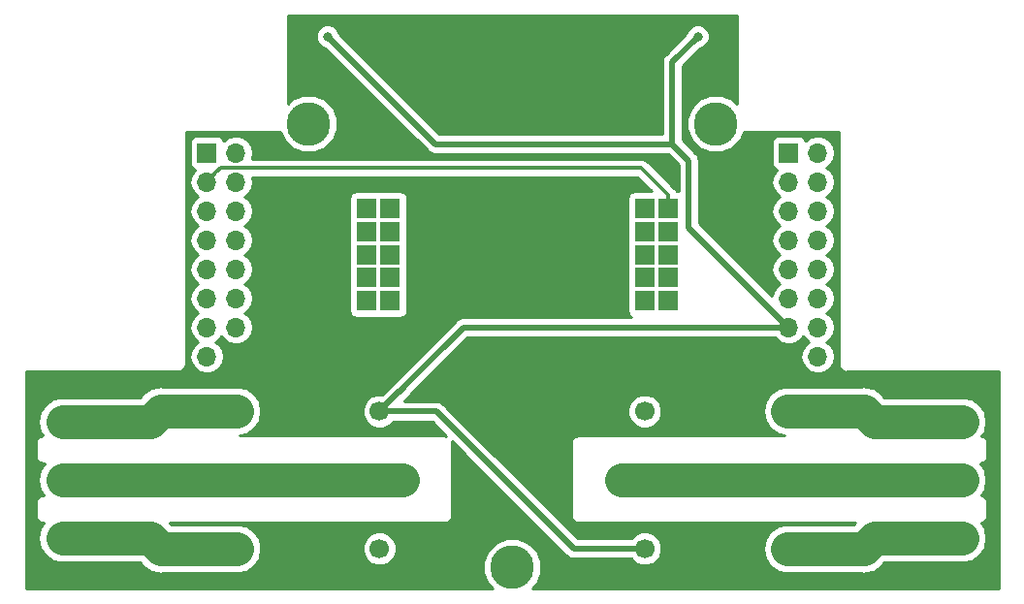
<source format=gbr>
G04 #@! TF.GenerationSoftware,KiCad,Pcbnew,(5.0.2)-1*
G04 #@! TF.CreationDate,2019-10-04T12:33:32+03:00*
G04 #@! TF.ProjectId,2-relay-over-io,322d7265-6c61-4792-9d6f-7665722d696f,rev?*
G04 #@! TF.SameCoordinates,Original*
G04 #@! TF.FileFunction,Copper,L2,Bot*
G04 #@! TF.FilePolarity,Positive*
%FSLAX46Y46*%
G04 Gerber Fmt 4.6, Leading zero omitted, Abs format (unit mm)*
G04 Created by KiCad (PCBNEW (5.0.2)-1) date 04.10.2019 12:33:32*
%MOMM*%
%LPD*%
G01*
G04 APERTURE LIST*
G04 #@! TA.AperFunction,ComponentPad*
%ADD10C,3.800000*%
G04 #@! TD*
G04 #@! TA.AperFunction,ComponentPad*
%ADD11C,1.700000*%
G04 #@! TD*
G04 #@! TA.AperFunction,ComponentPad*
%ADD12R,1.800000X1.800000*%
G04 #@! TD*
G04 #@! TA.AperFunction,ComponentPad*
%ADD13R,1.700000X1.700000*%
G04 #@! TD*
G04 #@! TA.AperFunction,ComponentPad*
%ADD14O,1.700000X1.700000*%
G04 #@! TD*
G04 #@! TA.AperFunction,ComponentPad*
%ADD15C,2.540000*%
G04 #@! TD*
G04 #@! TA.AperFunction,ViaPad*
%ADD16C,0.800000*%
G04 #@! TD*
G04 #@! TA.AperFunction,Conductor*
%ADD17C,0.310000*%
G04 #@! TD*
G04 #@! TA.AperFunction,Conductor*
%ADD18C,0.508000*%
G04 #@! TD*
G04 #@! TA.AperFunction,Conductor*
%ADD19C,3.000000*%
G04 #@! TD*
G04 #@! TA.AperFunction,Conductor*
%ADD20C,0.254000*%
G04 #@! TD*
G04 APERTURE END LIST*
D10*
G04 #@! TO.P,H1,1*
G04 #@! TO.N,N/C*
X101600000Y-104775000D03*
G04 #@! TD*
G04 #@! TO.P,H2,1*
G04 #@! TO.N,N/C*
X137160000Y-104775000D03*
G04 #@! TD*
G04 #@! TO.P,H3,1*
G04 #@! TO.N,N/C*
X119380000Y-143510000D03*
G04 #@! TD*
D11*
G04 #@! TO.P,U2,4*
G04 #@! TO.N,Net-(TB2-Pad3)*
X143440000Y-141890000D03*
G04 #@! TO.P,U2,5*
G04 #@! TO.N,Net-(TB2-Pad1)*
X143440000Y-129889999D03*
G04 #@! TO.P,U2,2*
G04 #@! TO.N,Net-(D6-Pad2)*
X130940000Y-129890000D03*
G04 #@! TO.P,U2,3*
G04 #@! TO.N,Net-(TB2-Pad2)*
X128940000Y-135890000D03*
G04 #@! TO.P,U2,1*
G04 #@! TO.N,+3V3*
X130940000Y-141890000D03*
G04 #@! TD*
G04 #@! TO.P,U1,4*
G04 #@! TO.N,Net-(TB1-Pad3)*
X95291500Y-129890000D03*
G04 #@! TO.P,U1,5*
G04 #@! TO.N,Net-(TB1-Pad1)*
X95291500Y-141890000D03*
G04 #@! TO.P,U1,2*
G04 #@! TO.N,Net-(D5-Pad2)*
X107791500Y-141890000D03*
G04 #@! TO.P,U1,3*
G04 #@! TO.N,Net-(TB1-Pad2)*
X109791500Y-135890000D03*
G04 #@! TO.P,U1,1*
G04 #@! TO.N,+3V3*
X107791500Y-129890000D03*
G04 #@! TD*
D12*
G04 #@! TO.P,JP1,1*
G04 #@! TO.N,IO26*
X106680000Y-112205000D03*
G04 #@! TO.P,JP1,2*
G04 #@! TO.N,RELAY1_CTR*
X108680000Y-112205000D03*
G04 #@! TO.P,JP1,3*
G04 #@! TO.N,IO32*
X106680000Y-114205000D03*
G04 #@! TO.P,JP1,4*
G04 #@! TO.N,RELAY1_CTR*
X108680000Y-114205000D03*
G04 #@! TO.P,JP1,5*
G04 #@! TO.N,IO25*
X106680000Y-116205000D03*
G04 #@! TO.P,JP1,6*
G04 #@! TO.N,RELAY1_CTR*
X108680000Y-116205000D03*
G04 #@! TO.P,JP1,7*
G04 #@! TO.N,IO27*
X106680000Y-118205000D03*
G04 #@! TO.P,JP1,8*
G04 #@! TO.N,RELAY1_CTR*
X108680000Y-118205000D03*
G04 #@! TO.P,JP1,9*
G04 #@! TO.N,IO15*
X106680000Y-120205000D03*
G04 #@! TO.P,JP1,10*
G04 #@! TO.N,RELAY1_CTR*
X108680000Y-120205000D03*
G04 #@! TD*
G04 #@! TO.P,JP2,10*
G04 #@! TO.N,RELAY2_CTR*
X130985000Y-112205000D03*
G04 #@! TO.P,JP2,9*
G04 #@! TO.N,IO33*
X132985000Y-112205000D03*
G04 #@! TO.P,JP2,8*
G04 #@! TO.N,RELAY2_CTR*
X130985000Y-114205000D03*
G04 #@! TO.P,JP2,7*
G04 #@! TO.N,IO17*
X132985000Y-114205000D03*
G04 #@! TO.P,JP2,6*
G04 #@! TO.N,RELAY2_CTR*
X130985000Y-116205000D03*
G04 #@! TO.P,JP2,5*
G04 #@! TO.N,IO16*
X132985000Y-116205000D03*
G04 #@! TO.P,JP2,4*
G04 #@! TO.N,RELAY2_CTR*
X130985000Y-118205000D03*
G04 #@! TO.P,JP2,3*
G04 #@! TO.N,IO4*
X132985000Y-118205000D03*
G04 #@! TO.P,JP2,2*
G04 #@! TO.N,RELAY2_CTR*
X130985000Y-120205000D03*
G04 #@! TO.P,JP2,1*
G04 #@! TO.N,IO5*
X132985000Y-120205000D03*
G04 #@! TD*
D13*
G04 #@! TO.P,J1,1*
G04 #@! TO.N,I39*
X92710000Y-107315000D03*
D14*
G04 #@! TO.P,J1,2*
G04 #@! TO.N,I36*
X95250000Y-107315000D03*
G04 #@! TO.P,J1,3*
G04 #@! TO.N,IO33*
X92710000Y-109855000D03*
G04 #@! TO.P,J1,4*
G04 #@! TO.N,N/C*
X95250000Y-109855000D03*
G04 #@! TO.P,J1,5*
G04 #@! TO.N,IO26*
X92710000Y-112395000D03*
G04 #@! TO.P,J1,6*
G04 #@! TO.N,IO32*
X95250000Y-112395000D03*
G04 #@! TO.P,J1,7*
G04 #@! TO.N,N/C*
X92710000Y-114935000D03*
G04 #@! TO.P,J1,8*
G04 #@! TO.N,IO25*
X95250000Y-114935000D03*
G04 #@! TO.P,J1,9*
G04 #@! TO.N,N/C*
X92710000Y-117475000D03*
G04 #@! TO.P,J1,10*
G04 #@! TO.N,IO27*
X95250000Y-117475000D03*
G04 #@! TO.P,J1,11*
G04 #@! TO.N,IO15*
X92710000Y-120015000D03*
G04 #@! TO.P,J1,12*
G04 #@! TO.N,N/C*
X95250000Y-120015000D03*
G04 #@! TO.P,J1,13*
X92710000Y-122555000D03*
G04 #@! TO.P,J1,14*
G04 #@! TO.N,+3V3*
X95250000Y-122555000D03*
G04 #@! TO.P,J1,15*
G04 #@! TO.N,N/C*
X92710000Y-125095000D03*
G04 #@! TO.P,J1,16*
G04 #@! TO.N,GND*
X95250000Y-125095000D03*
G04 #@! TD*
G04 #@! TO.P,J2,16*
G04 #@! TO.N,N/C*
X146050000Y-125095000D03*
G04 #@! TO.P,J2,15*
G04 #@! TO.N,GND*
X143510000Y-125095000D03*
G04 #@! TO.P,J2,14*
G04 #@! TO.N,N/C*
X146050000Y-122555000D03*
G04 #@! TO.P,J2,13*
G04 #@! TO.N,+3V3*
X143510000Y-122555000D03*
G04 #@! TO.P,J2,12*
G04 #@! TO.N,N/C*
X146050000Y-120015000D03*
G04 #@! TO.P,J2,11*
G04 #@! TO.N,IO4*
X143510000Y-120015000D03*
G04 #@! TO.P,J2,10*
G04 #@! TO.N,IO16*
X146050000Y-117475000D03*
G04 #@! TO.P,J2,9*
G04 #@! TO.N,IO17*
X143510000Y-117475000D03*
G04 #@! TO.P,J2,8*
G04 #@! TO.N,IO5*
X146050000Y-114935000D03*
G04 #@! TO.P,J2,7*
G04 #@! TO.N,N/C*
X143510000Y-114935000D03*
G04 #@! TO.P,J2,6*
X146050000Y-112395000D03*
G04 #@! TO.P,J2,5*
X143510000Y-112395000D03*
G04 #@! TO.P,J2,4*
X146050000Y-109855000D03*
G04 #@! TO.P,J2,3*
G04 #@! TO.N,IO1*
X143510000Y-109855000D03*
G04 #@! TO.P,J2,2*
G04 #@! TO.N,I2C_SCL*
X146050000Y-107315000D03*
D13*
G04 #@! TO.P,J2,1*
G04 #@! TO.N,VSPI_MOSI*
X143510000Y-107315000D03*
G04 #@! TD*
D15*
G04 #@! TO.P,TB1,3*
G04 #@! TO.N,Net-(TB1-Pad3)*
X80137000Y-130810000D03*
X87757000Y-130810000D03*
G04 #@! TO.P,TB1,2*
G04 #@! TO.N,Net-(TB1-Pad2)*
X80137000Y-135890000D03*
X87757000Y-135890000D03*
G04 #@! TO.P,TB1,1*
G04 #@! TO.N,Net-(TB1-Pad1)*
X80137000Y-140970000D03*
X87757000Y-140970000D03*
G04 #@! TD*
G04 #@! TO.P,TB2,1*
G04 #@! TO.N,Net-(TB2-Pad1)*
X151003000Y-130810000D03*
X158623000Y-130810000D03*
G04 #@! TO.P,TB2,2*
G04 #@! TO.N,Net-(TB2-Pad2)*
X151003000Y-135890000D03*
X158623000Y-135890000D03*
G04 #@! TO.P,TB2,3*
G04 #@! TO.N,Net-(TB2-Pad3)*
X151003000Y-140970000D03*
X158623000Y-140970000D03*
G04 #@! TD*
D16*
G04 #@! TO.N,GND*
X119189500Y-128651000D03*
X114681000Y-128651000D03*
G04 #@! TO.N,+3V3*
X103251000Y-97155000D03*
X135572500Y-97155000D03*
G04 #@! TD*
D17*
G04 #@! TO.N,IO33*
X93559999Y-109005001D02*
X92710000Y-109855000D01*
X132985000Y-112205000D02*
X132985000Y-110995000D01*
X132985000Y-110995000D02*
X130639999Y-108649999D01*
X130639999Y-108649999D02*
X93915001Y-108649999D01*
X93915001Y-108649999D02*
X93559999Y-109005001D01*
D18*
G04 #@! TO.N,+3V3*
X133350000Y-106553000D02*
X112649000Y-106553000D01*
X112649000Y-106553000D02*
X103251000Y-97155000D01*
X107791500Y-129890000D02*
X112745000Y-129890000D01*
X112745000Y-129890000D02*
X124745000Y-141890000D01*
X124745000Y-141890000D02*
X130940000Y-141890000D01*
D17*
X133350000Y-106680000D02*
X133477000Y-106807000D01*
D18*
X107791500Y-129890000D02*
X109940510Y-127740990D01*
X115126500Y-122555000D02*
X143510000Y-122555000D01*
X107791500Y-129890000D02*
X115126500Y-122555000D01*
X134805999Y-108008999D02*
X133350000Y-106553000D01*
X134805999Y-113850999D02*
X134805999Y-108008999D01*
X143510000Y-122555000D02*
X134805999Y-113850999D01*
D17*
X133350000Y-106553000D02*
X133350000Y-106680000D01*
D18*
X133350000Y-99377500D02*
X135572500Y-97155000D01*
X133350000Y-106553000D02*
X133350000Y-99377500D01*
D19*
G04 #@! TO.N,Net-(TB1-Pad3)*
X80137000Y-130810000D02*
X87757000Y-130810000D01*
X88677000Y-129890000D02*
X87757000Y-130810000D01*
X95291500Y-129890000D02*
X88677000Y-129890000D01*
G04 #@! TO.N,Net-(TB1-Pad2)*
X109791500Y-135890000D02*
X80137000Y-135890000D01*
G04 #@! TO.N,Net-(TB1-Pad1)*
X88677000Y-141890000D02*
X87757000Y-140970000D01*
X95291500Y-141890000D02*
X88677000Y-141890000D01*
X87757000Y-140970000D02*
X80137000Y-140970000D01*
G04 #@! TO.N,Net-(TB2-Pad1)*
X158623000Y-130810000D02*
X151003000Y-130810000D01*
X150082999Y-129889999D02*
X151003000Y-130810000D01*
X143440000Y-129889999D02*
X150082999Y-129889999D01*
G04 #@! TO.N,Net-(TB2-Pad2)*
X128940000Y-135890000D02*
X158623000Y-135890000D01*
G04 #@! TO.N,Net-(TB2-Pad3)*
X150083000Y-141890000D02*
X151003000Y-140970000D01*
X143440000Y-141890000D02*
X150083000Y-141890000D01*
X151003000Y-140970000D02*
X158623000Y-140970000D01*
G04 #@! TD*
D20*
G04 #@! TO.N,GND*
G36*
X138990000Y-103019968D02*
X138595962Y-102625930D01*
X137664243Y-102240000D01*
X136655757Y-102240000D01*
X135724038Y-102625930D01*
X135010930Y-103339038D01*
X134625000Y-104270757D01*
X134625000Y-105279243D01*
X135010930Y-106210962D01*
X135724038Y-106924070D01*
X136655757Y-107310000D01*
X137664243Y-107310000D01*
X138595962Y-106924070D01*
X139309070Y-106210962D01*
X139611318Y-105481269D01*
X139700000Y-105498909D01*
X139769925Y-105485000D01*
X147880001Y-105485000D01*
X147880000Y-125660074D01*
X147866091Y-125730000D01*
X147921195Y-126007028D01*
X148078119Y-126241881D01*
X148312972Y-126398805D01*
X148590000Y-126453909D01*
X148659925Y-126440000D01*
X161850001Y-126440000D01*
X161850000Y-145340000D01*
X121135032Y-145340000D01*
X121529070Y-144945962D01*
X121915000Y-144014243D01*
X121915000Y-143005757D01*
X121529070Y-142074038D01*
X120815962Y-141360930D01*
X119884243Y-140975000D01*
X118875757Y-140975000D01*
X117944038Y-141360930D01*
X117230930Y-142074038D01*
X116845000Y-143005757D01*
X116845000Y-144014243D01*
X117230930Y-144945962D01*
X117624968Y-145340000D01*
X76910000Y-145340000D01*
X76910000Y-132715000D01*
X77762091Y-132715000D01*
X77776000Y-132784926D01*
X77776001Y-133661070D01*
X77762091Y-133731000D01*
X77817195Y-134008028D01*
X77974119Y-134242881D01*
X78208972Y-134399805D01*
X78416074Y-134441000D01*
X78416075Y-134441000D01*
X78486000Y-134454909D01*
X78534616Y-134445239D01*
X78125874Y-135056964D01*
X77960173Y-135890000D01*
X78125874Y-136723036D01*
X78448306Y-137205589D01*
X78416074Y-137212000D01*
X78208972Y-137253195D01*
X77974119Y-137410119D01*
X77817195Y-137644972D01*
X77762091Y-137922000D01*
X77776000Y-137991925D01*
X77776001Y-138868070D01*
X77762091Y-138938000D01*
X77817195Y-139215028D01*
X77974119Y-139449881D01*
X78208972Y-139606805D01*
X78416074Y-139648000D01*
X78416075Y-139648000D01*
X78448306Y-139654411D01*
X78125874Y-140136964D01*
X77960173Y-140970000D01*
X78125874Y-141803036D01*
X78597751Y-142509249D01*
X79303964Y-142981126D01*
X79926721Y-143105000D01*
X86872655Y-143105000D01*
X87018636Y-143250981D01*
X87137751Y-143429249D01*
X87843964Y-143901126D01*
X88466721Y-144025000D01*
X88466726Y-144025000D01*
X88676999Y-144066826D01*
X88887273Y-144025000D01*
X95501779Y-144025000D01*
X96124536Y-143901126D01*
X96830749Y-143429249D01*
X97302626Y-142723036D01*
X97468327Y-141890000D01*
X97409572Y-141594615D01*
X106306500Y-141594615D01*
X106306500Y-142185385D01*
X106532578Y-142731185D01*
X106950315Y-143148922D01*
X107496115Y-143375000D01*
X108086885Y-143375000D01*
X108632685Y-143148922D01*
X109050422Y-142731185D01*
X109276500Y-142185385D01*
X109276500Y-141594615D01*
X109050422Y-141048815D01*
X108632685Y-140631078D01*
X108086885Y-140405000D01*
X107496115Y-140405000D01*
X106950315Y-140631078D01*
X106532578Y-141048815D01*
X106306500Y-141594615D01*
X97409572Y-141594615D01*
X97302626Y-141056964D01*
X96830749Y-140350751D01*
X96124536Y-139878874D01*
X95501779Y-139755000D01*
X89561345Y-139755000D01*
X89454345Y-139648000D01*
X113341074Y-139648000D01*
X113411000Y-139661909D01*
X113480925Y-139648000D01*
X113480926Y-139648000D01*
X113688028Y-139606805D01*
X113922881Y-139449881D01*
X114079805Y-139215028D01*
X114134909Y-138938000D01*
X114121000Y-138868074D01*
X114121000Y-132784926D01*
X114134909Y-132715000D01*
X114090747Y-132492982D01*
X124054471Y-142456707D01*
X124104067Y-142530933D01*
X124398130Y-142727419D01*
X124657444Y-142779000D01*
X124657445Y-142779000D01*
X124745000Y-142796416D01*
X124832555Y-142779000D01*
X129728893Y-142779000D01*
X130098815Y-143148922D01*
X130644615Y-143375000D01*
X131235385Y-143375000D01*
X131781185Y-143148922D01*
X132198922Y-142731185D01*
X132425000Y-142185385D01*
X132425000Y-141594615D01*
X132198922Y-141048815D01*
X131781185Y-140631078D01*
X131235385Y-140405000D01*
X130644615Y-140405000D01*
X130098815Y-140631078D01*
X129728893Y-141001000D01*
X125113236Y-141001000D01*
X116827236Y-132715000D01*
X124498091Y-132715000D01*
X124512000Y-132784926D01*
X124512001Y-138868069D01*
X124498091Y-138938000D01*
X124553195Y-139215028D01*
X124710119Y-139449881D01*
X124944972Y-139606805D01*
X125152074Y-139648000D01*
X125152075Y-139648000D01*
X125222000Y-139661909D01*
X125291926Y-139648000D01*
X149305655Y-139648000D01*
X149198655Y-139755000D01*
X143229721Y-139755000D01*
X142606964Y-139878874D01*
X141900751Y-140350751D01*
X141428874Y-141056964D01*
X141263173Y-141890000D01*
X141428874Y-142723036D01*
X141900751Y-143429249D01*
X142606964Y-143901126D01*
X143229721Y-144025000D01*
X149872725Y-144025000D01*
X150083000Y-144066826D01*
X150293275Y-144025000D01*
X150293279Y-144025000D01*
X150916036Y-143901126D01*
X151622249Y-143429249D01*
X151741364Y-143250981D01*
X151887345Y-143105000D01*
X158833279Y-143105000D01*
X159456036Y-142981126D01*
X160162249Y-142509249D01*
X160634126Y-141803036D01*
X160799827Y-140970000D01*
X160634126Y-140136964D01*
X160296795Y-139632113D01*
X160424028Y-139606805D01*
X160658881Y-139449881D01*
X160815805Y-139215028D01*
X160870909Y-138938000D01*
X160857000Y-138868074D01*
X160857000Y-137991925D01*
X160870909Y-137922000D01*
X160815805Y-137644972D01*
X160658881Y-137410119D01*
X160424028Y-137253195D01*
X160296795Y-137227887D01*
X160634126Y-136723036D01*
X160799827Y-135890000D01*
X160634126Y-135056964D01*
X160221892Y-134440012D01*
X160424028Y-134399805D01*
X160658881Y-134242881D01*
X160815805Y-134008028D01*
X160870909Y-133731000D01*
X160857000Y-133661074D01*
X160857000Y-132784926D01*
X160870909Y-132715000D01*
X160815805Y-132437972D01*
X160658881Y-132203119D01*
X160424028Y-132046195D01*
X160371698Y-132035786D01*
X160634126Y-131643036D01*
X160799827Y-130810000D01*
X160634126Y-129976964D01*
X160162249Y-129270751D01*
X159456036Y-128798874D01*
X158833279Y-128675000D01*
X151887345Y-128675000D01*
X151741363Y-128529018D01*
X151622248Y-128350750D01*
X150916035Y-127878873D01*
X150293278Y-127754999D01*
X150293274Y-127754999D01*
X150082999Y-127713173D01*
X149872724Y-127754999D01*
X143229721Y-127754999D01*
X142606964Y-127878873D01*
X141900751Y-128350750D01*
X141428874Y-129056963D01*
X141263173Y-129889999D01*
X141428874Y-130723035D01*
X141900751Y-131429248D01*
X142606964Y-131901125D01*
X143129179Y-132005000D01*
X125291925Y-132005000D01*
X125222000Y-131991091D01*
X125152074Y-132005000D01*
X124944972Y-132046195D01*
X124710119Y-132203119D01*
X124553195Y-132437972D01*
X124498091Y-132715000D01*
X116827236Y-132715000D01*
X113706851Y-129594615D01*
X129455000Y-129594615D01*
X129455000Y-130185385D01*
X129681078Y-130731185D01*
X130098815Y-131148922D01*
X130644615Y-131375000D01*
X131235385Y-131375000D01*
X131781185Y-131148922D01*
X132198922Y-130731185D01*
X132425000Y-130185385D01*
X132425000Y-129594615D01*
X132198922Y-129048815D01*
X131781185Y-128631078D01*
X131235385Y-128405000D01*
X130644615Y-128405000D01*
X130098815Y-128631078D01*
X129681078Y-129048815D01*
X129455000Y-129594615D01*
X113706851Y-129594615D01*
X113435531Y-129323296D01*
X113385933Y-129249067D01*
X113091870Y-129052581D01*
X112832556Y-129001000D01*
X112832555Y-129001000D01*
X112745000Y-128983584D01*
X112657445Y-129001000D01*
X109937736Y-129001000D01*
X110631039Y-128307697D01*
X110631040Y-128307695D01*
X115494736Y-123444000D01*
X142318017Y-123444000D01*
X142439375Y-123625625D01*
X142930582Y-123953839D01*
X143363744Y-124040000D01*
X143656256Y-124040000D01*
X144089418Y-123953839D01*
X144580625Y-123625625D01*
X144780000Y-123327239D01*
X144979375Y-123625625D01*
X145277761Y-123825000D01*
X144979375Y-124024375D01*
X144651161Y-124515582D01*
X144535908Y-125095000D01*
X144651161Y-125674418D01*
X144979375Y-126165625D01*
X145470582Y-126493839D01*
X145903744Y-126580000D01*
X146196256Y-126580000D01*
X146629418Y-126493839D01*
X147120625Y-126165625D01*
X147448839Y-125674418D01*
X147564092Y-125095000D01*
X147448839Y-124515582D01*
X147120625Y-124024375D01*
X146822239Y-123825000D01*
X147120625Y-123625625D01*
X147448839Y-123134418D01*
X147564092Y-122555000D01*
X147448839Y-121975582D01*
X147120625Y-121484375D01*
X146822239Y-121285000D01*
X147120625Y-121085625D01*
X147448839Y-120594418D01*
X147564092Y-120015000D01*
X147448839Y-119435582D01*
X147120625Y-118944375D01*
X146822239Y-118745000D01*
X147120625Y-118545625D01*
X147448839Y-118054418D01*
X147564092Y-117475000D01*
X147448839Y-116895582D01*
X147120625Y-116404375D01*
X146822239Y-116205000D01*
X147120625Y-116005625D01*
X147448839Y-115514418D01*
X147564092Y-114935000D01*
X147448839Y-114355582D01*
X147120625Y-113864375D01*
X146822239Y-113665000D01*
X147120625Y-113465625D01*
X147448839Y-112974418D01*
X147564092Y-112395000D01*
X147448839Y-111815582D01*
X147120625Y-111324375D01*
X146822239Y-111125000D01*
X147120625Y-110925625D01*
X147448839Y-110434418D01*
X147564092Y-109855000D01*
X147448839Y-109275582D01*
X147120625Y-108784375D01*
X146822239Y-108585000D01*
X147120625Y-108385625D01*
X147448839Y-107894418D01*
X147564092Y-107315000D01*
X147448839Y-106735582D01*
X147120625Y-106244375D01*
X146629418Y-105916161D01*
X146196256Y-105830000D01*
X145903744Y-105830000D01*
X145470582Y-105916161D01*
X144979375Y-106244375D01*
X144967184Y-106262619D01*
X144958157Y-106217235D01*
X144817809Y-106007191D01*
X144607765Y-105866843D01*
X144360000Y-105817560D01*
X142660000Y-105817560D01*
X142412235Y-105866843D01*
X142202191Y-106007191D01*
X142061843Y-106217235D01*
X142012560Y-106465000D01*
X142012560Y-108165000D01*
X142061843Y-108412765D01*
X142202191Y-108622809D01*
X142412235Y-108763157D01*
X142457619Y-108772184D01*
X142439375Y-108784375D01*
X142111161Y-109275582D01*
X141995908Y-109855000D01*
X142111161Y-110434418D01*
X142439375Y-110925625D01*
X142737761Y-111125000D01*
X142439375Y-111324375D01*
X142111161Y-111815582D01*
X141995908Y-112395000D01*
X142111161Y-112974418D01*
X142439375Y-113465625D01*
X142737761Y-113665000D01*
X142439375Y-113864375D01*
X142111161Y-114355582D01*
X141995908Y-114935000D01*
X142111161Y-115514418D01*
X142439375Y-116005625D01*
X142737761Y-116205000D01*
X142439375Y-116404375D01*
X142111161Y-116895582D01*
X141995908Y-117475000D01*
X142111161Y-118054418D01*
X142439375Y-118545625D01*
X142737761Y-118745000D01*
X142439375Y-118944375D01*
X142111161Y-119435582D01*
X142034288Y-119822052D01*
X135694999Y-113482764D01*
X135694999Y-108096555D01*
X135712415Y-108008999D01*
X135643418Y-107662128D01*
X135496528Y-107442292D01*
X135446932Y-107368066D01*
X135372706Y-107318470D01*
X134239000Y-106184765D01*
X134239000Y-99745735D01*
X135806305Y-98178430D01*
X136158780Y-98032431D01*
X136449931Y-97741280D01*
X136607500Y-97360874D01*
X136607500Y-96949126D01*
X136449931Y-96568720D01*
X136158780Y-96277569D01*
X135778374Y-96120000D01*
X135366626Y-96120000D01*
X134986220Y-96277569D01*
X134695069Y-96568720D01*
X134549070Y-96921195D01*
X132783294Y-98686971D01*
X132709068Y-98736567D01*
X132659472Y-98810793D01*
X132659471Y-98810794D01*
X132512582Y-99030630D01*
X132443584Y-99377500D01*
X132461001Y-99465059D01*
X132461000Y-105664000D01*
X113017236Y-105664000D01*
X104274431Y-96921196D01*
X104128431Y-96568720D01*
X103837280Y-96277569D01*
X103456874Y-96120000D01*
X103045126Y-96120000D01*
X102664720Y-96277569D01*
X102373569Y-96568720D01*
X102216000Y-96949126D01*
X102216000Y-97360874D01*
X102373569Y-97741280D01*
X102664720Y-98032431D01*
X103017196Y-98178431D01*
X111958470Y-107119706D01*
X112008067Y-107193933D01*
X112302130Y-107390419D01*
X112561444Y-107442000D01*
X112648999Y-107459416D01*
X112736554Y-107442000D01*
X132981765Y-107442000D01*
X133917000Y-108377236D01*
X133917000Y-110663925D01*
X133885000Y-110657560D01*
X133709655Y-110657560D01*
X133554558Y-110425442D01*
X133488597Y-110381368D01*
X131253633Y-108146405D01*
X131209557Y-108080441D01*
X130948242Y-107905835D01*
X130717808Y-107859999D01*
X130717804Y-107859999D01*
X130639999Y-107844523D01*
X130562194Y-107859999D01*
X96655685Y-107859999D01*
X96764092Y-107315000D01*
X96648839Y-106735582D01*
X96320625Y-106244375D01*
X95829418Y-105916161D01*
X95396256Y-105830000D01*
X95103744Y-105830000D01*
X94670582Y-105916161D01*
X94179375Y-106244375D01*
X94167184Y-106262619D01*
X94158157Y-106217235D01*
X94017809Y-106007191D01*
X93807765Y-105866843D01*
X93560000Y-105817560D01*
X91860000Y-105817560D01*
X91612235Y-105866843D01*
X91402191Y-106007191D01*
X91261843Y-106217235D01*
X91212560Y-106465000D01*
X91212560Y-108165000D01*
X91261843Y-108412765D01*
X91402191Y-108622809D01*
X91612235Y-108763157D01*
X91657619Y-108772184D01*
X91639375Y-108784375D01*
X91311161Y-109275582D01*
X91195908Y-109855000D01*
X91311161Y-110434418D01*
X91639375Y-110925625D01*
X91937761Y-111125000D01*
X91639375Y-111324375D01*
X91311161Y-111815582D01*
X91195908Y-112395000D01*
X91311161Y-112974418D01*
X91639375Y-113465625D01*
X91937761Y-113665000D01*
X91639375Y-113864375D01*
X91311161Y-114355582D01*
X91195908Y-114935000D01*
X91311161Y-115514418D01*
X91639375Y-116005625D01*
X91937761Y-116205000D01*
X91639375Y-116404375D01*
X91311161Y-116895582D01*
X91195908Y-117475000D01*
X91311161Y-118054418D01*
X91639375Y-118545625D01*
X91937761Y-118745000D01*
X91639375Y-118944375D01*
X91311161Y-119435582D01*
X91195908Y-120015000D01*
X91311161Y-120594418D01*
X91639375Y-121085625D01*
X91937761Y-121285000D01*
X91639375Y-121484375D01*
X91311161Y-121975582D01*
X91195908Y-122555000D01*
X91311161Y-123134418D01*
X91639375Y-123625625D01*
X91937761Y-123825000D01*
X91639375Y-124024375D01*
X91311161Y-124515582D01*
X91195908Y-125095000D01*
X91311161Y-125674418D01*
X91639375Y-126165625D01*
X92130582Y-126493839D01*
X92563744Y-126580000D01*
X92856256Y-126580000D01*
X93289418Y-126493839D01*
X93780625Y-126165625D01*
X94108839Y-125674418D01*
X94224092Y-125095000D01*
X94108839Y-124515582D01*
X93780625Y-124024375D01*
X93482239Y-123825000D01*
X93780625Y-123625625D01*
X93980000Y-123327239D01*
X94179375Y-123625625D01*
X94670582Y-123953839D01*
X95103744Y-124040000D01*
X95396256Y-124040000D01*
X95829418Y-123953839D01*
X96320625Y-123625625D01*
X96648839Y-123134418D01*
X96764092Y-122555000D01*
X96648839Y-121975582D01*
X96320625Y-121484375D01*
X96022239Y-121285000D01*
X96320625Y-121085625D01*
X96648839Y-120594418D01*
X96764092Y-120015000D01*
X96648839Y-119435582D01*
X96320625Y-118944375D01*
X96022239Y-118745000D01*
X96320625Y-118545625D01*
X96648839Y-118054418D01*
X96764092Y-117475000D01*
X96648839Y-116895582D01*
X96320625Y-116404375D01*
X96022239Y-116205000D01*
X96320625Y-116005625D01*
X96648839Y-115514418D01*
X96764092Y-114935000D01*
X96648839Y-114355582D01*
X96320625Y-113864375D01*
X96022239Y-113665000D01*
X96320625Y-113465625D01*
X96648839Y-112974418D01*
X96764092Y-112395000D01*
X96648839Y-111815582D01*
X96320625Y-111324375D01*
X96291629Y-111305000D01*
X105132560Y-111305000D01*
X105132560Y-113105000D01*
X105152451Y-113205000D01*
X105132560Y-113305000D01*
X105132560Y-115105000D01*
X105152451Y-115205000D01*
X105132560Y-115305000D01*
X105132560Y-117105000D01*
X105152451Y-117205000D01*
X105132560Y-117305000D01*
X105132560Y-119105000D01*
X105152451Y-119205000D01*
X105132560Y-119305000D01*
X105132560Y-121105000D01*
X105181843Y-121352765D01*
X105322191Y-121562809D01*
X105532235Y-121703157D01*
X105780000Y-121752440D01*
X107580000Y-121752440D01*
X107680000Y-121732549D01*
X107780000Y-121752440D01*
X109580000Y-121752440D01*
X109827765Y-121703157D01*
X110037809Y-121562809D01*
X110178157Y-121352765D01*
X110227440Y-121105000D01*
X110227440Y-119305000D01*
X110207549Y-119205000D01*
X110227440Y-119105000D01*
X110227440Y-117305000D01*
X110207549Y-117205000D01*
X110227440Y-117105000D01*
X110227440Y-115305000D01*
X110207549Y-115205000D01*
X110227440Y-115105000D01*
X110227440Y-113305000D01*
X110207549Y-113205000D01*
X110227440Y-113105000D01*
X110227440Y-111305000D01*
X110178157Y-111057235D01*
X110037809Y-110847191D01*
X109827765Y-110706843D01*
X109580000Y-110657560D01*
X107780000Y-110657560D01*
X107680000Y-110677451D01*
X107580000Y-110657560D01*
X105780000Y-110657560D01*
X105532235Y-110706843D01*
X105322191Y-110847191D01*
X105181843Y-111057235D01*
X105132560Y-111305000D01*
X96291629Y-111305000D01*
X96022239Y-111125000D01*
X96320625Y-110925625D01*
X96648839Y-110434418D01*
X96764092Y-109855000D01*
X96681543Y-109439999D01*
X130312771Y-109439999D01*
X131530331Y-110657560D01*
X130085000Y-110657560D01*
X129837235Y-110706843D01*
X129627191Y-110847191D01*
X129486843Y-111057235D01*
X129437560Y-111305000D01*
X129437560Y-113105000D01*
X129457451Y-113205000D01*
X129437560Y-113305000D01*
X129437560Y-115105000D01*
X129457451Y-115205000D01*
X129437560Y-115305000D01*
X129437560Y-117105000D01*
X129457451Y-117205000D01*
X129437560Y-117305000D01*
X129437560Y-119105000D01*
X129457451Y-119205000D01*
X129437560Y-119305000D01*
X129437560Y-121105000D01*
X129486843Y-121352765D01*
X129627191Y-121562809D01*
X129781626Y-121666000D01*
X115214050Y-121666000D01*
X115126499Y-121648585D01*
X115038948Y-121666000D01*
X115038944Y-121666000D01*
X114779630Y-121717581D01*
X114485567Y-121914067D01*
X114435971Y-121988293D01*
X109373805Y-127050460D01*
X109373803Y-127050461D01*
X108019265Y-128405000D01*
X107496115Y-128405000D01*
X106950315Y-128631078D01*
X106532578Y-129048815D01*
X106306500Y-129594615D01*
X106306500Y-130185385D01*
X106532578Y-130731185D01*
X106950315Y-131148922D01*
X107496115Y-131375000D01*
X108086885Y-131375000D01*
X108632685Y-131148922D01*
X109002607Y-130779000D01*
X112376765Y-130779000D01*
X113633018Y-132035253D01*
X113480926Y-132005000D01*
X113411000Y-131991091D01*
X113341075Y-132005000D01*
X95602326Y-132005000D01*
X96124536Y-131901126D01*
X96830749Y-131429249D01*
X97302626Y-130723036D01*
X97468327Y-129890000D01*
X97302626Y-129056964D01*
X96830749Y-128350751D01*
X96124536Y-127878874D01*
X95501779Y-127755000D01*
X88887273Y-127755000D01*
X88676999Y-127713174D01*
X88466726Y-127755000D01*
X88466721Y-127755000D01*
X87843964Y-127878874D01*
X87137751Y-128350751D01*
X87018636Y-128529019D01*
X86872655Y-128675000D01*
X79926721Y-128675000D01*
X79303964Y-128798874D01*
X78597751Y-129270751D01*
X78125874Y-129976964D01*
X77960173Y-130810000D01*
X78125874Y-131643036D01*
X78373402Y-132013488D01*
X78208972Y-132046195D01*
X77974119Y-132203119D01*
X77817195Y-132437972D01*
X77762091Y-132715000D01*
X76910000Y-132715000D01*
X76910000Y-126440000D01*
X90100074Y-126440000D01*
X90170000Y-126453909D01*
X90239925Y-126440000D01*
X90239926Y-126440000D01*
X90447028Y-126398805D01*
X90681881Y-126241881D01*
X90838805Y-126007028D01*
X90893909Y-125730000D01*
X90880000Y-125660074D01*
X90880000Y-105485000D01*
X98990074Y-105485000D01*
X99060000Y-105498909D01*
X99129925Y-105485000D01*
X99129926Y-105485000D01*
X99148682Y-105481269D01*
X99450930Y-106210962D01*
X100164038Y-106924070D01*
X101095757Y-107310000D01*
X102104243Y-107310000D01*
X103035962Y-106924070D01*
X103749070Y-106210962D01*
X104135000Y-105279243D01*
X104135000Y-104270757D01*
X103749070Y-103339038D01*
X103035962Y-102625930D01*
X102104243Y-102240000D01*
X101095757Y-102240000D01*
X100164038Y-102625930D01*
X99770000Y-103019968D01*
X99770000Y-95325000D01*
X138990001Y-95325000D01*
X138990000Y-103019968D01*
X138990000Y-103019968D01*
G37*
X138990000Y-103019968D02*
X138595962Y-102625930D01*
X137664243Y-102240000D01*
X136655757Y-102240000D01*
X135724038Y-102625930D01*
X135010930Y-103339038D01*
X134625000Y-104270757D01*
X134625000Y-105279243D01*
X135010930Y-106210962D01*
X135724038Y-106924070D01*
X136655757Y-107310000D01*
X137664243Y-107310000D01*
X138595962Y-106924070D01*
X139309070Y-106210962D01*
X139611318Y-105481269D01*
X139700000Y-105498909D01*
X139769925Y-105485000D01*
X147880001Y-105485000D01*
X147880000Y-125660074D01*
X147866091Y-125730000D01*
X147921195Y-126007028D01*
X148078119Y-126241881D01*
X148312972Y-126398805D01*
X148590000Y-126453909D01*
X148659925Y-126440000D01*
X161850001Y-126440000D01*
X161850000Y-145340000D01*
X121135032Y-145340000D01*
X121529070Y-144945962D01*
X121915000Y-144014243D01*
X121915000Y-143005757D01*
X121529070Y-142074038D01*
X120815962Y-141360930D01*
X119884243Y-140975000D01*
X118875757Y-140975000D01*
X117944038Y-141360930D01*
X117230930Y-142074038D01*
X116845000Y-143005757D01*
X116845000Y-144014243D01*
X117230930Y-144945962D01*
X117624968Y-145340000D01*
X76910000Y-145340000D01*
X76910000Y-132715000D01*
X77762091Y-132715000D01*
X77776000Y-132784926D01*
X77776001Y-133661070D01*
X77762091Y-133731000D01*
X77817195Y-134008028D01*
X77974119Y-134242881D01*
X78208972Y-134399805D01*
X78416074Y-134441000D01*
X78416075Y-134441000D01*
X78486000Y-134454909D01*
X78534616Y-134445239D01*
X78125874Y-135056964D01*
X77960173Y-135890000D01*
X78125874Y-136723036D01*
X78448306Y-137205589D01*
X78416074Y-137212000D01*
X78208972Y-137253195D01*
X77974119Y-137410119D01*
X77817195Y-137644972D01*
X77762091Y-137922000D01*
X77776000Y-137991925D01*
X77776001Y-138868070D01*
X77762091Y-138938000D01*
X77817195Y-139215028D01*
X77974119Y-139449881D01*
X78208972Y-139606805D01*
X78416074Y-139648000D01*
X78416075Y-139648000D01*
X78448306Y-139654411D01*
X78125874Y-140136964D01*
X77960173Y-140970000D01*
X78125874Y-141803036D01*
X78597751Y-142509249D01*
X79303964Y-142981126D01*
X79926721Y-143105000D01*
X86872655Y-143105000D01*
X87018636Y-143250981D01*
X87137751Y-143429249D01*
X87843964Y-143901126D01*
X88466721Y-144025000D01*
X88466726Y-144025000D01*
X88676999Y-144066826D01*
X88887273Y-144025000D01*
X95501779Y-144025000D01*
X96124536Y-143901126D01*
X96830749Y-143429249D01*
X97302626Y-142723036D01*
X97468327Y-141890000D01*
X97409572Y-141594615D01*
X106306500Y-141594615D01*
X106306500Y-142185385D01*
X106532578Y-142731185D01*
X106950315Y-143148922D01*
X107496115Y-143375000D01*
X108086885Y-143375000D01*
X108632685Y-143148922D01*
X109050422Y-142731185D01*
X109276500Y-142185385D01*
X109276500Y-141594615D01*
X109050422Y-141048815D01*
X108632685Y-140631078D01*
X108086885Y-140405000D01*
X107496115Y-140405000D01*
X106950315Y-140631078D01*
X106532578Y-141048815D01*
X106306500Y-141594615D01*
X97409572Y-141594615D01*
X97302626Y-141056964D01*
X96830749Y-140350751D01*
X96124536Y-139878874D01*
X95501779Y-139755000D01*
X89561345Y-139755000D01*
X89454345Y-139648000D01*
X113341074Y-139648000D01*
X113411000Y-139661909D01*
X113480925Y-139648000D01*
X113480926Y-139648000D01*
X113688028Y-139606805D01*
X113922881Y-139449881D01*
X114079805Y-139215028D01*
X114134909Y-138938000D01*
X114121000Y-138868074D01*
X114121000Y-132784926D01*
X114134909Y-132715000D01*
X114090747Y-132492982D01*
X124054471Y-142456707D01*
X124104067Y-142530933D01*
X124398130Y-142727419D01*
X124657444Y-142779000D01*
X124657445Y-142779000D01*
X124745000Y-142796416D01*
X124832555Y-142779000D01*
X129728893Y-142779000D01*
X130098815Y-143148922D01*
X130644615Y-143375000D01*
X131235385Y-143375000D01*
X131781185Y-143148922D01*
X132198922Y-142731185D01*
X132425000Y-142185385D01*
X132425000Y-141594615D01*
X132198922Y-141048815D01*
X131781185Y-140631078D01*
X131235385Y-140405000D01*
X130644615Y-140405000D01*
X130098815Y-140631078D01*
X129728893Y-141001000D01*
X125113236Y-141001000D01*
X116827236Y-132715000D01*
X124498091Y-132715000D01*
X124512000Y-132784926D01*
X124512001Y-138868069D01*
X124498091Y-138938000D01*
X124553195Y-139215028D01*
X124710119Y-139449881D01*
X124944972Y-139606805D01*
X125152074Y-139648000D01*
X125152075Y-139648000D01*
X125222000Y-139661909D01*
X125291926Y-139648000D01*
X149305655Y-139648000D01*
X149198655Y-139755000D01*
X143229721Y-139755000D01*
X142606964Y-139878874D01*
X141900751Y-140350751D01*
X141428874Y-141056964D01*
X141263173Y-141890000D01*
X141428874Y-142723036D01*
X141900751Y-143429249D01*
X142606964Y-143901126D01*
X143229721Y-144025000D01*
X149872725Y-144025000D01*
X150083000Y-144066826D01*
X150293275Y-144025000D01*
X150293279Y-144025000D01*
X150916036Y-143901126D01*
X151622249Y-143429249D01*
X151741364Y-143250981D01*
X151887345Y-143105000D01*
X158833279Y-143105000D01*
X159456036Y-142981126D01*
X160162249Y-142509249D01*
X160634126Y-141803036D01*
X160799827Y-140970000D01*
X160634126Y-140136964D01*
X160296795Y-139632113D01*
X160424028Y-139606805D01*
X160658881Y-139449881D01*
X160815805Y-139215028D01*
X160870909Y-138938000D01*
X160857000Y-138868074D01*
X160857000Y-137991925D01*
X160870909Y-137922000D01*
X160815805Y-137644972D01*
X160658881Y-137410119D01*
X160424028Y-137253195D01*
X160296795Y-137227887D01*
X160634126Y-136723036D01*
X160799827Y-135890000D01*
X160634126Y-135056964D01*
X160221892Y-134440012D01*
X160424028Y-134399805D01*
X160658881Y-134242881D01*
X160815805Y-134008028D01*
X160870909Y-133731000D01*
X160857000Y-133661074D01*
X160857000Y-132784926D01*
X160870909Y-132715000D01*
X160815805Y-132437972D01*
X160658881Y-132203119D01*
X160424028Y-132046195D01*
X160371698Y-132035786D01*
X160634126Y-131643036D01*
X160799827Y-130810000D01*
X160634126Y-129976964D01*
X160162249Y-129270751D01*
X159456036Y-128798874D01*
X158833279Y-128675000D01*
X151887345Y-128675000D01*
X151741363Y-128529018D01*
X151622248Y-128350750D01*
X150916035Y-127878873D01*
X150293278Y-127754999D01*
X150293274Y-127754999D01*
X150082999Y-127713173D01*
X149872724Y-127754999D01*
X143229721Y-127754999D01*
X142606964Y-127878873D01*
X141900751Y-128350750D01*
X141428874Y-129056963D01*
X141263173Y-129889999D01*
X141428874Y-130723035D01*
X141900751Y-131429248D01*
X142606964Y-131901125D01*
X143129179Y-132005000D01*
X125291925Y-132005000D01*
X125222000Y-131991091D01*
X125152074Y-132005000D01*
X124944972Y-132046195D01*
X124710119Y-132203119D01*
X124553195Y-132437972D01*
X124498091Y-132715000D01*
X116827236Y-132715000D01*
X113706851Y-129594615D01*
X129455000Y-129594615D01*
X129455000Y-130185385D01*
X129681078Y-130731185D01*
X130098815Y-131148922D01*
X130644615Y-131375000D01*
X131235385Y-131375000D01*
X131781185Y-131148922D01*
X132198922Y-130731185D01*
X132425000Y-130185385D01*
X132425000Y-129594615D01*
X132198922Y-129048815D01*
X131781185Y-128631078D01*
X131235385Y-128405000D01*
X130644615Y-128405000D01*
X130098815Y-128631078D01*
X129681078Y-129048815D01*
X129455000Y-129594615D01*
X113706851Y-129594615D01*
X113435531Y-129323296D01*
X113385933Y-129249067D01*
X113091870Y-129052581D01*
X112832556Y-129001000D01*
X112832555Y-129001000D01*
X112745000Y-128983584D01*
X112657445Y-129001000D01*
X109937736Y-129001000D01*
X110631039Y-128307697D01*
X110631040Y-128307695D01*
X115494736Y-123444000D01*
X142318017Y-123444000D01*
X142439375Y-123625625D01*
X142930582Y-123953839D01*
X143363744Y-124040000D01*
X143656256Y-124040000D01*
X144089418Y-123953839D01*
X144580625Y-123625625D01*
X144780000Y-123327239D01*
X144979375Y-123625625D01*
X145277761Y-123825000D01*
X144979375Y-124024375D01*
X144651161Y-124515582D01*
X144535908Y-125095000D01*
X144651161Y-125674418D01*
X144979375Y-126165625D01*
X145470582Y-126493839D01*
X145903744Y-126580000D01*
X146196256Y-126580000D01*
X146629418Y-126493839D01*
X147120625Y-126165625D01*
X147448839Y-125674418D01*
X147564092Y-125095000D01*
X147448839Y-124515582D01*
X147120625Y-124024375D01*
X146822239Y-123825000D01*
X147120625Y-123625625D01*
X147448839Y-123134418D01*
X147564092Y-122555000D01*
X147448839Y-121975582D01*
X147120625Y-121484375D01*
X146822239Y-121285000D01*
X147120625Y-121085625D01*
X147448839Y-120594418D01*
X147564092Y-120015000D01*
X147448839Y-119435582D01*
X147120625Y-118944375D01*
X146822239Y-118745000D01*
X147120625Y-118545625D01*
X147448839Y-118054418D01*
X147564092Y-117475000D01*
X147448839Y-116895582D01*
X147120625Y-116404375D01*
X146822239Y-116205000D01*
X147120625Y-116005625D01*
X147448839Y-115514418D01*
X147564092Y-114935000D01*
X147448839Y-114355582D01*
X147120625Y-113864375D01*
X146822239Y-113665000D01*
X147120625Y-113465625D01*
X147448839Y-112974418D01*
X147564092Y-112395000D01*
X147448839Y-111815582D01*
X147120625Y-111324375D01*
X146822239Y-111125000D01*
X147120625Y-110925625D01*
X147448839Y-110434418D01*
X147564092Y-109855000D01*
X147448839Y-109275582D01*
X147120625Y-108784375D01*
X146822239Y-108585000D01*
X147120625Y-108385625D01*
X147448839Y-107894418D01*
X147564092Y-107315000D01*
X147448839Y-106735582D01*
X147120625Y-106244375D01*
X146629418Y-105916161D01*
X146196256Y-105830000D01*
X145903744Y-105830000D01*
X145470582Y-105916161D01*
X144979375Y-106244375D01*
X144967184Y-106262619D01*
X144958157Y-106217235D01*
X144817809Y-106007191D01*
X144607765Y-105866843D01*
X144360000Y-105817560D01*
X142660000Y-105817560D01*
X142412235Y-105866843D01*
X142202191Y-106007191D01*
X142061843Y-106217235D01*
X142012560Y-106465000D01*
X142012560Y-108165000D01*
X142061843Y-108412765D01*
X142202191Y-108622809D01*
X142412235Y-108763157D01*
X142457619Y-108772184D01*
X142439375Y-108784375D01*
X142111161Y-109275582D01*
X141995908Y-109855000D01*
X142111161Y-110434418D01*
X142439375Y-110925625D01*
X142737761Y-111125000D01*
X142439375Y-111324375D01*
X142111161Y-111815582D01*
X141995908Y-112395000D01*
X142111161Y-112974418D01*
X142439375Y-113465625D01*
X142737761Y-113665000D01*
X142439375Y-113864375D01*
X142111161Y-114355582D01*
X141995908Y-114935000D01*
X142111161Y-115514418D01*
X142439375Y-116005625D01*
X142737761Y-116205000D01*
X142439375Y-116404375D01*
X142111161Y-116895582D01*
X141995908Y-117475000D01*
X142111161Y-118054418D01*
X142439375Y-118545625D01*
X142737761Y-118745000D01*
X142439375Y-118944375D01*
X142111161Y-119435582D01*
X142034288Y-119822052D01*
X135694999Y-113482764D01*
X135694999Y-108096555D01*
X135712415Y-108008999D01*
X135643418Y-107662128D01*
X135496528Y-107442292D01*
X135446932Y-107368066D01*
X135372706Y-107318470D01*
X134239000Y-106184765D01*
X134239000Y-99745735D01*
X135806305Y-98178430D01*
X136158780Y-98032431D01*
X136449931Y-97741280D01*
X136607500Y-97360874D01*
X136607500Y-96949126D01*
X136449931Y-96568720D01*
X136158780Y-96277569D01*
X135778374Y-96120000D01*
X135366626Y-96120000D01*
X134986220Y-96277569D01*
X134695069Y-96568720D01*
X134549070Y-96921195D01*
X132783294Y-98686971D01*
X132709068Y-98736567D01*
X132659472Y-98810793D01*
X132659471Y-98810794D01*
X132512582Y-99030630D01*
X132443584Y-99377500D01*
X132461001Y-99465059D01*
X132461000Y-105664000D01*
X113017236Y-105664000D01*
X104274431Y-96921196D01*
X104128431Y-96568720D01*
X103837280Y-96277569D01*
X103456874Y-96120000D01*
X103045126Y-96120000D01*
X102664720Y-96277569D01*
X102373569Y-96568720D01*
X102216000Y-96949126D01*
X102216000Y-97360874D01*
X102373569Y-97741280D01*
X102664720Y-98032431D01*
X103017196Y-98178431D01*
X111958470Y-107119706D01*
X112008067Y-107193933D01*
X112302130Y-107390419D01*
X112561444Y-107442000D01*
X112648999Y-107459416D01*
X112736554Y-107442000D01*
X132981765Y-107442000D01*
X133917000Y-108377236D01*
X133917000Y-110663925D01*
X133885000Y-110657560D01*
X133709655Y-110657560D01*
X133554558Y-110425442D01*
X133488597Y-110381368D01*
X131253633Y-108146405D01*
X131209557Y-108080441D01*
X130948242Y-107905835D01*
X130717808Y-107859999D01*
X130717804Y-107859999D01*
X130639999Y-107844523D01*
X130562194Y-107859999D01*
X96655685Y-107859999D01*
X96764092Y-107315000D01*
X96648839Y-106735582D01*
X96320625Y-106244375D01*
X95829418Y-105916161D01*
X95396256Y-105830000D01*
X95103744Y-105830000D01*
X94670582Y-105916161D01*
X94179375Y-106244375D01*
X94167184Y-106262619D01*
X94158157Y-106217235D01*
X94017809Y-106007191D01*
X93807765Y-105866843D01*
X93560000Y-105817560D01*
X91860000Y-105817560D01*
X91612235Y-105866843D01*
X91402191Y-106007191D01*
X91261843Y-106217235D01*
X91212560Y-106465000D01*
X91212560Y-108165000D01*
X91261843Y-108412765D01*
X91402191Y-108622809D01*
X91612235Y-108763157D01*
X91657619Y-108772184D01*
X91639375Y-108784375D01*
X91311161Y-109275582D01*
X91195908Y-109855000D01*
X91311161Y-110434418D01*
X91639375Y-110925625D01*
X91937761Y-111125000D01*
X91639375Y-111324375D01*
X91311161Y-111815582D01*
X91195908Y-112395000D01*
X91311161Y-112974418D01*
X91639375Y-113465625D01*
X91937761Y-113665000D01*
X91639375Y-113864375D01*
X91311161Y-114355582D01*
X91195908Y-114935000D01*
X91311161Y-115514418D01*
X91639375Y-116005625D01*
X91937761Y-116205000D01*
X91639375Y-116404375D01*
X91311161Y-116895582D01*
X91195908Y-117475000D01*
X91311161Y-118054418D01*
X91639375Y-118545625D01*
X91937761Y-118745000D01*
X91639375Y-118944375D01*
X91311161Y-119435582D01*
X91195908Y-120015000D01*
X91311161Y-120594418D01*
X91639375Y-121085625D01*
X91937761Y-121285000D01*
X91639375Y-121484375D01*
X91311161Y-121975582D01*
X91195908Y-122555000D01*
X91311161Y-123134418D01*
X91639375Y-123625625D01*
X91937761Y-123825000D01*
X91639375Y-124024375D01*
X91311161Y-124515582D01*
X91195908Y-125095000D01*
X91311161Y-125674418D01*
X91639375Y-126165625D01*
X92130582Y-126493839D01*
X92563744Y-126580000D01*
X92856256Y-126580000D01*
X93289418Y-126493839D01*
X93780625Y-126165625D01*
X94108839Y-125674418D01*
X94224092Y-125095000D01*
X94108839Y-124515582D01*
X93780625Y-124024375D01*
X93482239Y-123825000D01*
X93780625Y-123625625D01*
X93980000Y-123327239D01*
X94179375Y-123625625D01*
X94670582Y-123953839D01*
X95103744Y-124040000D01*
X95396256Y-124040000D01*
X95829418Y-123953839D01*
X96320625Y-123625625D01*
X96648839Y-123134418D01*
X96764092Y-122555000D01*
X96648839Y-121975582D01*
X96320625Y-121484375D01*
X96022239Y-121285000D01*
X96320625Y-121085625D01*
X96648839Y-120594418D01*
X96764092Y-120015000D01*
X96648839Y-119435582D01*
X96320625Y-118944375D01*
X96022239Y-118745000D01*
X96320625Y-118545625D01*
X96648839Y-118054418D01*
X96764092Y-117475000D01*
X96648839Y-116895582D01*
X96320625Y-116404375D01*
X96022239Y-116205000D01*
X96320625Y-116005625D01*
X96648839Y-115514418D01*
X96764092Y-114935000D01*
X96648839Y-114355582D01*
X96320625Y-113864375D01*
X96022239Y-113665000D01*
X96320625Y-113465625D01*
X96648839Y-112974418D01*
X96764092Y-112395000D01*
X96648839Y-111815582D01*
X96320625Y-111324375D01*
X96291629Y-111305000D01*
X105132560Y-111305000D01*
X105132560Y-113105000D01*
X105152451Y-113205000D01*
X105132560Y-113305000D01*
X105132560Y-115105000D01*
X105152451Y-115205000D01*
X105132560Y-115305000D01*
X105132560Y-117105000D01*
X105152451Y-117205000D01*
X105132560Y-117305000D01*
X105132560Y-119105000D01*
X105152451Y-119205000D01*
X105132560Y-119305000D01*
X105132560Y-121105000D01*
X105181843Y-121352765D01*
X105322191Y-121562809D01*
X105532235Y-121703157D01*
X105780000Y-121752440D01*
X107580000Y-121752440D01*
X107680000Y-121732549D01*
X107780000Y-121752440D01*
X109580000Y-121752440D01*
X109827765Y-121703157D01*
X110037809Y-121562809D01*
X110178157Y-121352765D01*
X110227440Y-121105000D01*
X110227440Y-119305000D01*
X110207549Y-119205000D01*
X110227440Y-119105000D01*
X110227440Y-117305000D01*
X110207549Y-117205000D01*
X110227440Y-117105000D01*
X110227440Y-115305000D01*
X110207549Y-115205000D01*
X110227440Y-115105000D01*
X110227440Y-113305000D01*
X110207549Y-113205000D01*
X110227440Y-113105000D01*
X110227440Y-111305000D01*
X110178157Y-111057235D01*
X110037809Y-110847191D01*
X109827765Y-110706843D01*
X109580000Y-110657560D01*
X107780000Y-110657560D01*
X107680000Y-110677451D01*
X107580000Y-110657560D01*
X105780000Y-110657560D01*
X105532235Y-110706843D01*
X105322191Y-110847191D01*
X105181843Y-111057235D01*
X105132560Y-111305000D01*
X96291629Y-111305000D01*
X96022239Y-111125000D01*
X96320625Y-110925625D01*
X96648839Y-110434418D01*
X96764092Y-109855000D01*
X96681543Y-109439999D01*
X130312771Y-109439999D01*
X131530331Y-110657560D01*
X130085000Y-110657560D01*
X129837235Y-110706843D01*
X129627191Y-110847191D01*
X129486843Y-111057235D01*
X129437560Y-111305000D01*
X129437560Y-113105000D01*
X129457451Y-113205000D01*
X129437560Y-113305000D01*
X129437560Y-115105000D01*
X129457451Y-115205000D01*
X129437560Y-115305000D01*
X129437560Y-117105000D01*
X129457451Y-117205000D01*
X129437560Y-117305000D01*
X129437560Y-119105000D01*
X129457451Y-119205000D01*
X129437560Y-119305000D01*
X129437560Y-121105000D01*
X129486843Y-121352765D01*
X129627191Y-121562809D01*
X129781626Y-121666000D01*
X115214050Y-121666000D01*
X115126499Y-121648585D01*
X115038948Y-121666000D01*
X115038944Y-121666000D01*
X114779630Y-121717581D01*
X114485567Y-121914067D01*
X114435971Y-121988293D01*
X109373805Y-127050460D01*
X109373803Y-127050461D01*
X108019265Y-128405000D01*
X107496115Y-128405000D01*
X106950315Y-128631078D01*
X106532578Y-129048815D01*
X106306500Y-129594615D01*
X106306500Y-130185385D01*
X106532578Y-130731185D01*
X106950315Y-131148922D01*
X107496115Y-131375000D01*
X108086885Y-131375000D01*
X108632685Y-131148922D01*
X109002607Y-130779000D01*
X112376765Y-130779000D01*
X113633018Y-132035253D01*
X113480926Y-132005000D01*
X113411000Y-131991091D01*
X113341075Y-132005000D01*
X95602326Y-132005000D01*
X96124536Y-131901126D01*
X96830749Y-131429249D01*
X97302626Y-130723036D01*
X97468327Y-129890000D01*
X97302626Y-129056964D01*
X96830749Y-128350751D01*
X96124536Y-127878874D01*
X95501779Y-127755000D01*
X88887273Y-127755000D01*
X88676999Y-127713174D01*
X88466726Y-127755000D01*
X88466721Y-127755000D01*
X87843964Y-127878874D01*
X87137751Y-128350751D01*
X87018636Y-128529019D01*
X86872655Y-128675000D01*
X79926721Y-128675000D01*
X79303964Y-128798874D01*
X78597751Y-129270751D01*
X78125874Y-129976964D01*
X77960173Y-130810000D01*
X78125874Y-131643036D01*
X78373402Y-132013488D01*
X78208972Y-132046195D01*
X77974119Y-132203119D01*
X77817195Y-132437972D01*
X77762091Y-132715000D01*
X76910000Y-132715000D01*
X76910000Y-126440000D01*
X90100074Y-126440000D01*
X90170000Y-126453909D01*
X90239925Y-126440000D01*
X90239926Y-126440000D01*
X90447028Y-126398805D01*
X90681881Y-126241881D01*
X90838805Y-126007028D01*
X90893909Y-125730000D01*
X90880000Y-125660074D01*
X90880000Y-105485000D01*
X98990074Y-105485000D01*
X99060000Y-105498909D01*
X99129925Y-105485000D01*
X99129926Y-105485000D01*
X99148682Y-105481269D01*
X99450930Y-106210962D01*
X100164038Y-106924070D01*
X101095757Y-107310000D01*
X102104243Y-107310000D01*
X103035962Y-106924070D01*
X103749070Y-106210962D01*
X104135000Y-105279243D01*
X104135000Y-104270757D01*
X103749070Y-103339038D01*
X103035962Y-102625930D01*
X102104243Y-102240000D01*
X101095757Y-102240000D01*
X100164038Y-102625930D01*
X99770000Y-103019968D01*
X99770000Y-95325000D01*
X138990001Y-95325000D01*
X138990000Y-103019968D01*
G04 #@! TD*
M02*

</source>
